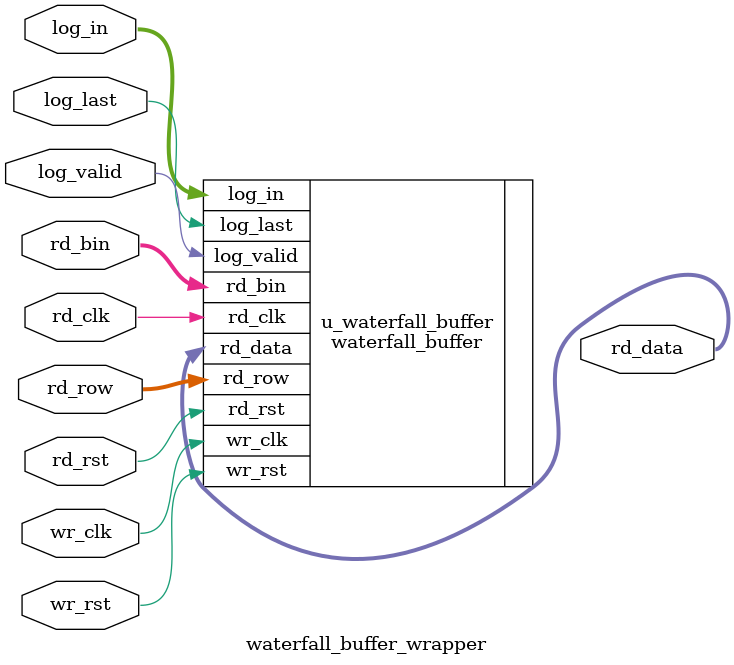
<source format=v>
module waterfall_buffer_wrapper (
    input  wire        wr_clk,
    input  wire        wr_rst,
    input  wire [7:0]  log_in,
    input  wire        log_valid,
    input  wire        log_last,

    input  wire        rd_clk,
    input  wire        rd_rst,
    input  wire [8:0]  rd_bin,
    input  wire [8:0]  rd_row,
    output wire [7:0]  rd_data 
    
    
    
);

    waterfall_buffer u_waterfall_buffer (
        .wr_clk(wr_clk),
        .wr_rst(wr_rst),
        .log_in(log_in),
        .log_valid(log_valid),
        .log_last(log_last),
        .rd_clk(rd_clk),
        .rd_rst(rd_rst),
        .rd_bin(rd_bin),
        .rd_row(rd_row),
        .rd_data(rd_data)
    );

endmodule

</source>
